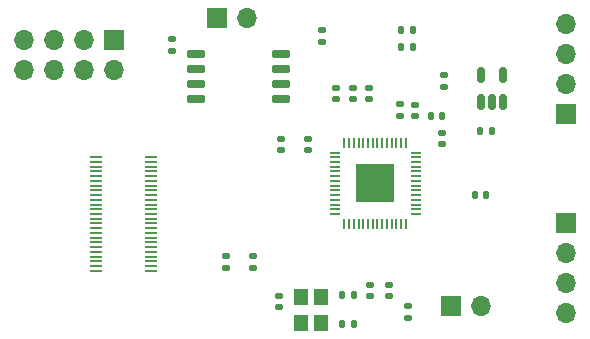
<source format=gts>
G04 #@! TF.GenerationSoftware,KiCad,Pcbnew,8.0.4*
G04 #@! TF.CreationDate,2024-08-03T17:02:50+02:00*
G04 #@! TF.ProjectId,koyomi-keyboard-adapter,6b6f796f-6d69-42d6-9b65-79626f617264,rev?*
G04 #@! TF.SameCoordinates,Original*
G04 #@! TF.FileFunction,Soldermask,Top*
G04 #@! TF.FilePolarity,Negative*
%FSLAX46Y46*%
G04 Gerber Fmt 4.6, Leading zero omitted, Abs format (unit mm)*
G04 Created by KiCad (PCBNEW 8.0.4) date 2024-08-03 17:02:50*
%MOMM*%
%LPD*%
G01*
G04 APERTURE LIST*
G04 Aperture macros list*
%AMRoundRect*
0 Rectangle with rounded corners*
0 $1 Rounding radius*
0 $2 $3 $4 $5 $6 $7 $8 $9 X,Y pos of 4 corners*
0 Add a 4 corners polygon primitive as box body*
4,1,4,$2,$3,$4,$5,$6,$7,$8,$9,$2,$3,0*
0 Add four circle primitives for the rounded corners*
1,1,$1+$1,$2,$3*
1,1,$1+$1,$4,$5*
1,1,$1+$1,$6,$7*
1,1,$1+$1,$8,$9*
0 Add four rect primitives between the rounded corners*
20,1,$1+$1,$2,$3,$4,$5,0*
20,1,$1+$1,$4,$5,$6,$7,0*
20,1,$1+$1,$6,$7,$8,$9,0*
20,1,$1+$1,$8,$9,$2,$3,0*%
G04 Aperture macros list end*
%ADD10RoundRect,0.140000X0.170000X-0.140000X0.170000X0.140000X-0.170000X0.140000X-0.170000X-0.140000X0*%
%ADD11R,1.700000X1.700000*%
%ADD12O,1.700000X1.700000*%
%ADD13RoundRect,0.150000X0.150000X-0.512500X0.150000X0.512500X-0.150000X0.512500X-0.150000X-0.512500X0*%
%ADD14RoundRect,0.135000X-0.185000X0.135000X-0.185000X-0.135000X0.185000X-0.135000X0.185000X0.135000X0*%
%ADD15RoundRect,0.050000X-0.387500X-0.050000X0.387500X-0.050000X0.387500X0.050000X-0.387500X0.050000X0*%
%ADD16RoundRect,0.050000X-0.050000X-0.387500X0.050000X-0.387500X0.050000X0.387500X-0.050000X0.387500X0*%
%ADD17R,3.200000X3.200000*%
%ADD18RoundRect,0.140000X-0.140000X-0.170000X0.140000X-0.170000X0.140000X0.170000X-0.140000X0.170000X0*%
%ADD19R,1.200000X1.400000*%
%ADD20RoundRect,0.140000X-0.170000X0.140000X-0.170000X-0.140000X0.170000X-0.140000X0.170000X0.140000X0*%
%ADD21RoundRect,0.135000X-0.135000X-0.185000X0.135000X-0.185000X0.135000X0.185000X-0.135000X0.185000X0*%
%ADD22RoundRect,0.150000X-0.650000X-0.150000X0.650000X-0.150000X0.650000X0.150000X-0.650000X0.150000X0*%
%ADD23R,1.100000X0.200000*%
%ADD24RoundRect,0.135000X0.185000X-0.135000X0.185000X0.135000X-0.185000X0.135000X-0.185000X-0.135000X0*%
G04 APERTURE END LIST*
D10*
X41900000Y-20880000D03*
X41900000Y-19920000D03*
D11*
X21700000Y-15860000D03*
D12*
X21700000Y-18400000D03*
X19160000Y-15860000D03*
X19160000Y-18400000D03*
X16620000Y-15860000D03*
X16620000Y-18400000D03*
X14080000Y-15860000D03*
X14080000Y-18400000D03*
D10*
X39300000Y-16000000D03*
X39300000Y-15040000D03*
D13*
X52750000Y-21137500D03*
X53700000Y-21137500D03*
X54650000Y-21137500D03*
X54650000Y-18862500D03*
X52750000Y-18862500D03*
D14*
X26600000Y-15780000D03*
X26600000Y-16800000D03*
D15*
X40362500Y-25400000D03*
X40362500Y-25800000D03*
X40362500Y-26200000D03*
X40362500Y-26600000D03*
X40362500Y-27000000D03*
X40362500Y-27400000D03*
X40362500Y-27800000D03*
X40362500Y-28200000D03*
X40362500Y-28600000D03*
X40362500Y-29000000D03*
X40362500Y-29400000D03*
X40362500Y-29800000D03*
X40362500Y-30200000D03*
X40362500Y-30600000D03*
D16*
X41200000Y-31437500D03*
X41600000Y-31437500D03*
X42000000Y-31437500D03*
X42400000Y-31437500D03*
X42800000Y-31437500D03*
X43200000Y-31437500D03*
X43600000Y-31437500D03*
X44000000Y-31437500D03*
X44400000Y-31437500D03*
X44800000Y-31437500D03*
X45200000Y-31437500D03*
X45600000Y-31437500D03*
X46000000Y-31437500D03*
X46400000Y-31437500D03*
D15*
X47237500Y-30600000D03*
X47237500Y-30200000D03*
X47237500Y-29800000D03*
X47237500Y-29400000D03*
X47237500Y-29000000D03*
X47237500Y-28600000D03*
X47237500Y-28200000D03*
X47237500Y-27800000D03*
X47237500Y-27400000D03*
X47237500Y-27000000D03*
X47237500Y-26600000D03*
X47237500Y-26200000D03*
X47237500Y-25800000D03*
X47237500Y-25400000D03*
D16*
X46400000Y-24562500D03*
X46000000Y-24562500D03*
X45600000Y-24562500D03*
X45200000Y-24562500D03*
X44800000Y-24562500D03*
X44400000Y-24562500D03*
X44000000Y-24562500D03*
X43600000Y-24562500D03*
X43200000Y-24562500D03*
X42800000Y-24562500D03*
X42400000Y-24562500D03*
X42000000Y-24562500D03*
X41600000Y-24562500D03*
X41200000Y-24562500D03*
D17*
X43800000Y-28000000D03*
D10*
X45900000Y-22280000D03*
X45900000Y-21320000D03*
D18*
X48540000Y-22270000D03*
X49500000Y-22270000D03*
D19*
X37500000Y-37600000D03*
X37500000Y-39800000D03*
X39200000Y-39800000D03*
X39200000Y-37600000D03*
D10*
X47200000Y-22300000D03*
X47200000Y-21340000D03*
X40500000Y-20860000D03*
X40500000Y-19900000D03*
X38100000Y-25180000D03*
X38100000Y-24220000D03*
D18*
X52720000Y-23600000D03*
X53680000Y-23600000D03*
D20*
X45000000Y-36620000D03*
X45000000Y-37580000D03*
D14*
X46600000Y-38390000D03*
X46600000Y-39410000D03*
D21*
X45990000Y-15000000D03*
X47010000Y-15000000D03*
D20*
X49600000Y-18870000D03*
X49600000Y-19830000D03*
D22*
X28600000Y-17095000D03*
X28600000Y-18365000D03*
X28600000Y-19635000D03*
X28600000Y-20905000D03*
X35800000Y-20905000D03*
X35800000Y-19635000D03*
X35800000Y-18365000D03*
X35800000Y-17095000D03*
D10*
X43300000Y-20880000D03*
X43300000Y-19920000D03*
D18*
X52220000Y-29000000D03*
X53180000Y-29000000D03*
D11*
X50225000Y-38400000D03*
D12*
X52765000Y-38400000D03*
D23*
X24799900Y-25800000D03*
X20199900Y-25800000D03*
X24800000Y-26200100D03*
X20199800Y-26200100D03*
X24800000Y-26599900D03*
X20199800Y-26600100D03*
X24800000Y-26999900D03*
X20199800Y-27000200D03*
X24800000Y-27400000D03*
X20199800Y-27400200D03*
X24800000Y-27800000D03*
X20199800Y-27800000D03*
X24800000Y-28200100D03*
X20199800Y-28200100D03*
X24800000Y-28599800D03*
X20199800Y-28600100D03*
X24800000Y-28999900D03*
X20199800Y-29000200D03*
X24800000Y-29400000D03*
X20199800Y-29400200D03*
X24800000Y-29800000D03*
X20199800Y-29800000D03*
X24800000Y-30199800D03*
X20199800Y-30200100D03*
X24800000Y-30599800D03*
X20199800Y-30600100D03*
X24800000Y-30999900D03*
X20199800Y-31000100D03*
X24800000Y-31399900D03*
X20199800Y-31399900D03*
X24800000Y-31800000D03*
X20199800Y-31800000D03*
X24800000Y-32200000D03*
X20199800Y-32200000D03*
X24800000Y-32600100D03*
X20199800Y-32600100D03*
X24800000Y-33000100D03*
X20199800Y-33000100D03*
X24800000Y-33400200D03*
X20199800Y-33400200D03*
X24800000Y-33800000D03*
X20199800Y-33800200D03*
X24800000Y-34200000D03*
X20199800Y-34200000D03*
X24800000Y-34600100D03*
X20199800Y-34600100D03*
X24800000Y-35000100D03*
X20199800Y-35000100D03*
X24799900Y-35400000D03*
X20199800Y-35400000D03*
D21*
X45990000Y-16500000D03*
X47010000Y-16500000D03*
D10*
X49500000Y-24680000D03*
X49500000Y-23720000D03*
D11*
X30425000Y-14000000D03*
D12*
X32965000Y-14000000D03*
D10*
X35800000Y-25180000D03*
X35800000Y-24220000D03*
D14*
X31200000Y-34190000D03*
X31200000Y-35210000D03*
D20*
X43400000Y-36620000D03*
X43400000Y-37580000D03*
D11*
X60000000Y-31380000D03*
D12*
X60000000Y-33920000D03*
X60000000Y-36460000D03*
X60000000Y-39000000D03*
D20*
X35700000Y-37520000D03*
X35700000Y-38480000D03*
D21*
X40990000Y-37500000D03*
X42010000Y-37500000D03*
D24*
X33500000Y-35210000D03*
X33500000Y-34190000D03*
D18*
X41020000Y-39900000D03*
X41980000Y-39900000D03*
D11*
X60000000Y-22100000D03*
D12*
X60000000Y-19560000D03*
X60000000Y-17020000D03*
X60000000Y-14480000D03*
M02*

</source>
